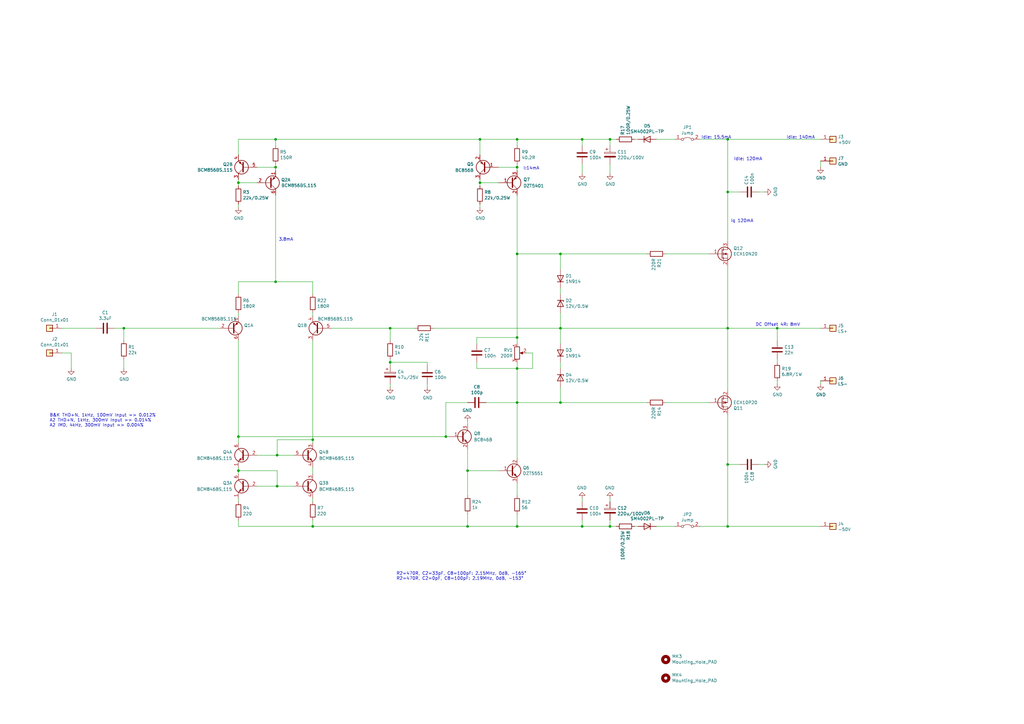
<source format=kicad_sch>
(kicad_sch (version 20211123) (generator eeschema)
  (paper "A3")
  (title_block (title "Lateral MOS FET 80W") (date "2022-12-11") (rev "v5b"))
  (lib_symbols
    (symbol "Connector_Generic:Conn_01x01" (pin_names (offset 1.016) hide)
      (property "Reference" "J" (at 0 2.54 0))
      (property "Value" "Conn_01x01" (at 0 -2.54 0))
      (symbol "Conn_01x01_1_1"
        (rectangle (start -1.27 0.127) (end 0 -0.127) (stroke (width 0.1524)))
        (rectangle (start -1.27 1.27) (end 1.27 -1.27) (stroke (width 0.254)) (fill (type background)))
        (pin passive line (at -5.08 0 0) (length 3.81) (name "Pin_1") (number "1"))
      )
    )
    (symbol "Device:C" (pin_numbers hide) (pin_names (offset 0.254))
      (property "Reference" "C" (at 0.635 2.54 0))
      (property "Value" "C" (at 0.635 -2.54 0))
      (symbol "C_0_1"
        (polyline (pts (xy -2.032 -0.762) (xy 2.032 -0.762)) (stroke (width 0.508)))
        (polyline (pts (xy -2.032 0.762) (xy 2.032 0.762)) (stroke (width 0.508)))
      )
      (symbol "C_1_1"
        (pin passive line (at 0 3.81 270) (length 2.794) (name "~") (number "1"))
        (pin passive line (at 0 -3.81 90) (length 2.794) (name "~") (number "2"))
      )
    )
    (symbol "Device:CP" (pin_numbers hide) (pin_names (offset 0.254))
      (property "Reference" "C" (at 0.635 2.54 0))
      (property "Value" "Device_CP" (at 0.635 -2.54 0))
      (symbol "CP_0_1"
        (rectangle (start -2.286 0.508) (end 2.286 1.016))
        (polyline (pts (xy -1.778 2.286) (xy -0.762 2.286)))
        (polyline (pts (xy -1.27 2.794) (xy -1.27 1.778)))
        (rectangle (start 2.286 -0.508) (end -2.286 -1.016) (fill (type outline)))
      )
      (symbol "CP_1_1"
        (pin passive line (at 0 3.81 270) (length 2.794) (name "~") (number "1"))
        (pin passive line (at 0 -3.81 90) (length 2.794) (name "~") (number "2"))
      )
    )
    (symbol "Device:R" (pin_numbers hide) (pin_names (offset 0))
      (property "Reference" "R" (at 2.032 0 90))
      (property "Value" "R" (at 0 0 90))
      (symbol "R_0_1"
        (rectangle (start -1.016 -2.54) (end 1.016 2.54) (stroke (width 0.254)))
      )
      (symbol "R_1_1"
        (pin passive line (at 0 3.81 270) (length 1.27) (name "~") (number "1"))
        (pin passive line (at 0 -3.81 90) (length 1.27) (name "~") (number "2"))
      )
    )
    (symbol "Device:R_POT" (pin_names (offset 1.016) hide)
      (property "Reference" "RV" (at -4.445 0 90))
      (property "Value" "Device_R_POT" (at -2.54 0 90))
      (symbol "R_POT_0_1"
        (polyline (pts (xy 2.54 0) (xy 1.524 0)))
        (polyline (pts (xy 1.143 0) (xy 2.286 0.508) (xy 2.286 -0.508) (xy 1.143 0)) (fill (type outline)))
        (rectangle (start 1.016 2.54) (end -1.016 -2.54) (stroke (width 0.254)))
      )
      (symbol "R_POT_1_1"
        (pin passive line (at 0 3.81 270) (length 1.27) (name "1") (number "1"))
        (pin passive line (at 3.81 0 180) (length 1.27) (name "2") (number "2"))
        (pin passive line (at 0 -3.81 90) (length 1.27) (name "3") (number "3"))
      )
    )
    (symbol "Diode:1N4002" (pin_numbers hide) (pin_names (offset 1.016) hide)
      (property "Reference" "D" (at 0 2.54 0))
      (property "Value" "1N4002" (at 0 -2.54 0))
      (symbol "1N4002_0_1"
        (polyline (pts (xy -1.27 1.27) (xy -1.27 -1.27)) (stroke (width 0.254)))
        (polyline (pts (xy 1.27 0) (xy -1.27 0)))
        (polyline (pts (xy 1.27 1.27) (xy 1.27 -1.27) (xy -1.27 0) (xy 1.27 1.27)) (stroke (width 0.254)))
      )
      (symbol "1N4002_1_1"
        (pin passive line (at -3.81 0 0) (length 2.54) (name "K") (number "1"))
        (pin passive line (at 3.81 0 180) (length 2.54) (name "A") (number "2"))
      )
    )
    (symbol "Diode:1N4148" (pin_numbers hide) (pin_names (offset 1.016) hide)
      (property "Reference" "D" (at 0 2.54 0))
      (property "Value" "1N4148" (at 0 -2.54 0))
      (symbol "1N4148_0_1"
        (polyline (pts (xy -1.27 1.27) (xy -1.27 -1.27)) (stroke (width 0.254)))
        (polyline (pts (xy 1.27 0) (xy -1.27 0)))
        (polyline (pts (xy 1.27 1.27) (xy 1.27 -1.27) (xy -1.27 0) (xy 1.27 1.27)) (stroke (width 0.254)))
      )
      (symbol "1N4148_1_1"
        (pin passive line (at -3.81 0 0) (length 2.54) (name "K") (number "1"))
        (pin passive line (at 3.81 0 180) (length 2.54) (name "A") (number "2"))
      )
    )
    (symbol "Diode:ZPDxx" (pin_numbers hide) (pin_names (offset 1.016) hide)
      (property "Reference" "D" (at 0 2.54 0))
      (property "Value" "ZPDxx" (at 0 -2.54 0))
      (symbol "ZPDxx_0_1"
        (polyline (pts (xy 1.27 0) (xy -1.27 0)))
        (polyline (pts (xy -1.27 -1.27) (xy -1.27 1.27) (xy -0.762 1.27)) (stroke (width 0.254)))
        (polyline (pts (xy 1.27 -1.27) (xy 1.27 1.27) (xy -1.27 0) (xy 1.27 -1.27)) (stroke (width 0.254)))
      )
      (symbol "ZPDxx_1_1"
        (pin passive line (at -3.81 0 0) (length 2.54) (name "K") (number "1"))
        (pin passive line (at 3.81 0 180) (length 2.54) (name "A") (number "2"))
      )
    )
    (symbol "Jumper:Jumper_2_Bridged" (pin_names (offset 0) hide)
      (property "Reference" "JP" (at 0 1.905 0))
      (property "Value" "Jumper_2_Bridged" (at 0 -2.54 0))
      (symbol "Jumper_2_Bridged_0_0"
        (circle (center -2.032 0) (radius 0.508))
        (circle (center 2.032 0) (radius 0.508))
      )
      (symbol "Jumper_2_Bridged_0_1"
        (arc (start 1.524 0.254) (mid 0 0.762) (end -1.524 0.254))
      )
      (symbol "Jumper_2_Bridged_1_1"
        (pin passive line (at -5.08 0 0) (length 2.54) (name "A") (number "1"))
        (pin passive line (at 5.08 0 180) (length 2.54) (name "B") (number "2"))
      )
    )
    (symbol "Mechanical:MountingHole" (pin_names (offset 1.016))
      (property "Reference" "H" (at 0 5.08 0))
      (property "Value" "MountingHole" (at 0 3.175 0))
      (symbol "MountingHole_0_1"
        (circle (center 0 0) (radius 1.27) (stroke (width 1.27)))
      )
    )
    (symbol "Transistor_BJT:BC846" (pin_names (offset 0) hide)
      (property "Reference" "Q" (at 5.08 1.905 0))
      (property "Value" "BC846" (at 5.08 0 0))
      (symbol "BC846_0_1"
        (polyline (pts (xy 0.635 0.635) (xy 2.54 2.54)))
        (polyline (pts (xy 0.635 -0.635) (xy 2.54 -2.54) (xy 2.54 -2.54)))
        (polyline (pts (xy 0.635 1.905) (xy 0.635 -1.905) (xy 0.635 -1.905)) (stroke (width 0.508)))
        (polyline (pts (xy 1.27 -1.778) (xy 1.778 -1.27) (xy 2.286 -2.286) (xy 1.27 -1.778) (xy 1.27 -1.778)) (fill (type outline)))
        (circle (center 1.27 0) (radius 2.8194) (stroke (width 0.254)))
      )
      (symbol "BC846_1_1"
        (pin input line (at -5.08 0 0) (length 5.715) (name "B") (number "1"))
        (pin passive line (at 2.54 -5.08 90) (length 2.54) (name "E") (number "2"))
        (pin passive line (at 2.54 5.08 270) (length 2.54) (name "C") (number "3"))
      )
    )
    (symbol "Transistor_BJT:BC846BDW1" (pin_names (offset 0) hide)
      (property "Reference" "Q" (at 5.08 1.27 0))
      (property "Value" "BC846BDW1" (at 5.08 -1.27 0))
      (symbol "BC846BDW1_0_1"
        (polyline (pts (xy 0.635 0) (xy -2.54 0)))
        (polyline (pts (xy 0.635 0.635) (xy 2.54 2.54)))
        (polyline (pts (xy 0.635 -0.635) (xy 2.54 -2.54) (xy 2.54 -2.54)))
        (polyline (pts (xy 0.635 1.905) (xy 0.635 -1.905) (xy 0.635 -1.905)) (stroke (width 0.508)))
        (polyline (pts (xy 1.27 -1.778) (xy 1.778 -1.27) (xy 2.286 -2.286) (xy 1.27 -1.778) (xy 1.27 -1.778)) (fill (type outline)))
        (circle (center 1.27 0) (radius 2.8194) (stroke (width 0.254)))
      )
      (symbol "BC846BDW1_1_1"
        (pin passive line (at 2.54 -5.08 90) (length 2.54) (name "E1") (number "1"))
        (pin input line (at -5.08 0 0) (length 2.54) (name "B1") (number "2"))
        (pin passive line (at 2.54 5.08 270) (length 2.54) (name "C1") (number "6"))
      )
      (symbol "BC846BDW1_2_1"
        (pin passive line (at 2.54 5.08 270) (length 2.54) (name "C2") (number "3"))
        (pin passive line (at 2.54 -5.08 90) (length 2.54) (name "E2") (number "4"))
        (pin input line (at -5.08 0 0) (length 2.54) (name "B2") (number "5"))
      )
    )
    (symbol "Transistor_BJT:BC856" (pin_names (offset 0) hide)
      (property "Reference" "Q" (at 5.08 1.905 0))
      (property "Value" "BC856" (at 5.08 0 0))
      (symbol "BC856_0_1"
        (polyline (pts (xy 0.635 0.635) (xy 2.54 2.54)))
        (polyline (pts (xy 0.635 -0.635) (xy 2.54 -2.54) (xy 2.54 -2.54)))
        (polyline (pts (xy 0.635 1.905) (xy 0.635 -1.905) (xy 0.635 -1.905)) (stroke (width 0.508)))
        (polyline (pts (xy 2.286 -1.778) (xy 1.778 -2.286) (xy 1.27 -1.27) (xy 2.286 -1.778) (xy 2.286 -1.778)) (fill (type outline)))
        (circle (center 1.27 0) (radius 2.8194) (stroke (width 0.254)))
      )
      (symbol "BC856_1_1"
        (pin input line (at -5.08 0 0) (length 5.715) (name "B") (number "1"))
        (pin passive line (at 2.54 -5.08 90) (length 2.54) (name "E") (number "2"))
        (pin passive line (at 2.54 5.08 270) (length 2.54) (name "C") (number "3"))
      )
    )
    (symbol "Transistor_BJT:BC856BS" (pin_names (offset 0) hide)
      (property "Reference" "Q" (at 5.08 1.27 0))
      (property "Value" "BC856BS" (at 5.08 -1.27 0))
      (symbol "BC856BS_0_1"
        (polyline (pts (xy 0.635 0) (xy -2.54 0)))
        (polyline (pts (xy 0.635 0.635) (xy 2.54 2.54)))
        (polyline (pts (xy 0.635 -0.635) (xy 2.54 -2.54) (xy 2.54 -2.54)))
        (polyline (pts (xy 0.635 1.905) (xy 0.635 -1.905) (xy 0.635 -1.905)) (stroke (width 0.508)))
        (polyline (pts (xy 2.286 -1.778) (xy 1.778 -2.286) (xy 1.27 -1.27) (xy 2.286 -1.778) (xy 2.286 -1.778)) (fill (type outline)))
        (circle (center 1.27 0) (radius 2.8194) (stroke (width 0.254)))
      )
      (symbol "BC856BS_1_1"
        (pin passive line (at 2.54 -5.08 90) (length 2.54) (name "E1") (number "1"))
        (pin input line (at -5.08 0 0) (length 2.54) (name "B1") (number "2"))
        (pin passive line (at 2.54 5.08 270) (length 2.54) (name "C1") (number "6"))
      )
      (symbol "BC856BS_2_1"
        (pin passive line (at 2.54 5.08 270) (length 2.54) (name "C2") (number "3"))
        (pin passive line (at 2.54 -5.08 90) (length 2.54) (name "E2") (number "4"))
        (pin input line (at -5.08 0 0) (length 2.54) (name "B2") (number "5"))
      )
    )
    (symbol "kicad-snk:DZT5401" (pin_names (offset 0) hide)
      (property "Reference" "Q" (at 5.08 1.905 0))
      (property "Value" "DZT5401" (at 5.08 0 0))
      (symbol "DZT5401_0_1"
        (polyline (pts (xy 0.635 0.635) (xy 2.54 2.54)))
        (polyline (pts (xy 0.635 -0.635) (xy 2.54 -2.54) (xy 2.54 -2.54)))
        (polyline (pts (xy 0.635 1.905) (xy 0.635 -1.905) (xy 0.635 -1.905)) (stroke (width 0.508)))
        (polyline (pts (xy 2.286 -1.778) (xy 1.778 -2.286) (xy 1.27 -1.27) (xy 2.286 -1.778) (xy 2.286 -1.778)) (fill (type outline)))
        (circle (center 1.27 0) (radius 2.8194) (stroke (width 0.254)))
      )
      (symbol "DZT5401_1_1"
        (pin input line (at -5.08 0 0) (length 5.715) (name "B") (number "1"))
        (pin passive line (at 2.54 5.08 270) (length 2.54) (name "C") (number "2"))
        (pin passive line (at 2.54 -5.08 90) (length 2.54) (name "E") (number "3"))
      )
    )
    (symbol "kicad-snk:DZT5551" (pin_names (offset 0) hide)
      (property "Reference" "Q" (at 5.08 1.905 0))
      (property "Value" "kicad-snk_DZT5551" (at 5.08 0 0))
      (symbol "DZT5551_0_1"
        (polyline (pts (xy 0.635 0.635) (xy 2.54 2.54)))
        (polyline (pts (xy 0.635 -0.635) (xy 2.54 -2.54) (xy 2.54 -2.54)))
        (polyline (pts (xy 0.635 1.905) (xy 0.635 -1.905) (xy 0.635 -1.905)) (stroke (width 0.508)))
        (polyline (pts (xy 1.27 -1.778) (xy 1.778 -1.27) (xy 2.286 -2.286) (xy 1.27 -1.778) (xy 1.27 -1.778)) (fill (type outline)))
        (circle (center 1.27 0) (radius 2.8194) (stroke (width 0.254)))
      )
      (symbol "DZT5551_1_1"
        (pin input line (at -5.08 0 0) (length 5.715) (name "B") (number "1"))
        (pin passive line (at 2.54 5.08 270) (length 2.54) (name "C") (number "2"))
        (pin passive line (at 2.54 -5.08 90) (length 2.54) (name "E") (number "3"))
      )
    )
    (symbol "kicad-snk:Q_NMOS_GSD" (pin_names (offset 0) hide)
      (property "Reference" "Q" (at 7.62 1.27 0))
      (property "Value" "kicad-snk_Q_NMOS_GSD" (at 16.51 -1.27 0))
      (symbol "Q_NMOS_GSD_0_1"
        (polyline (pts (xy 0.762 -1.778) (xy 2.54 -1.778)))
        (polyline (pts (xy 0.762 -1.27) (xy 0.762 -2.286)) (stroke (width 0.254)))
        (polyline (pts (xy 0.762 0) (xy 2.54 0)))
        (polyline (pts (xy 0.762 0.508) (xy 0.762 -0.508)) (stroke (width 0.254)))
        (polyline (pts (xy 0.762 1.778) (xy 2.54 1.778)))
        (polyline (pts (xy 0.762 2.286) (xy 0.762 1.27)) (stroke (width 0.254)))
        (polyline (pts (xy 2.54 -1.778) (xy 2.54 -2.54)))
        (polyline (pts (xy 2.54 -1.778) (xy 2.54 0)))
        (polyline (pts (xy 2.54 2.54) (xy 2.54 1.778)))
        (polyline (pts (xy 0.254 1.905) (xy 0.254 -1.905) (xy 0.254 -1.905)) (stroke (width 0.254)))
        (polyline (pts (xy 1.016 0) (xy 2.032 0.381) (xy 2.032 -0.381) (xy 1.016 0)) (fill (type outline)))
        (circle (center 1.27 0) (radius 2.8194) (stroke (width 0.254)))
      )
      (symbol "Q_NMOS_GSD_1_1"
        (pin input line (at -5.08 0 0) (length 5.334) (name "G") (number "1"))
        (pin passive line (at 2.54 -5.08 90) (length 2.54) (name "S") (number "2"))
        (pin passive line (at 2.54 5.08 270) (length 2.54) (name "D") (number "3"))
      )
    )
    (symbol "kicad-snk:Q_PMOS_GSD" (pin_names (offset 0) hide)
      (property "Reference" "Q" (at 7.62 1.27 0))
      (property "Value" "kicad-snk_Q_PMOS_GSD" (at 16.51 -1.27 0))
      (symbol "Q_PMOS_GSD_0_1"
        (polyline (pts (xy 0.762 -1.778) (xy 2.54 -1.778)))
        (polyline (pts (xy 0.762 -1.27) (xy 0.762 -2.286)) (stroke (width 0.254)))
        (polyline (pts (xy 0.762 0) (xy 2.54 0)))
        (polyline (pts (xy 0.762 0.508) (xy 0.762 -0.508)) (stroke (width 0.254)))
        (polyline (pts (xy 0.762 1.778) (xy 2.54 1.778)))
        (polyline (pts (xy 0.762 2.286) (xy 0.762 1.27)) (stroke (width 0.254)))
        (polyline (pts (xy 2.54 -1.778) (xy 2.54 -2.54)))
        (polyline (pts (xy 2.54 -1.778) (xy 2.54 0)))
        (polyline (pts (xy 2.54 2.54) (xy 2.54 1.778)))
        (polyline (pts (xy 0.254 1.905) (xy 0.254 -1.905) (xy 0.254 -1.905)) (stroke (width 0.254)))
        (polyline (pts (xy 2.286 0) (xy 1.27 -0.381) (xy 1.27 0.381) (xy 2.286 0)) (fill (type outline)))
        (circle (center 1.27 0) (radius 2.8194) (stroke (width 0.254)))
      )
      (symbol "Q_PMOS_GSD_1_1"
        (pin input line (at -5.08 0 0) (length 5.334) (name "G") (number "1"))
        (pin passive line (at 2.54 -5.08 90) (length 2.54) (name "D") (number "2"))
        (pin passive line (at 2.54 5.08 270) (length 2.54) (name "S") (number "3"))
      )
    )
    (symbol "power:GND" (power) (pin_names (offset 0))
      (property "Value" "GND" (at 0 -3.81 0))
      (symbol "GND_0_1"
        (polyline (pts (xy 0 0) (xy 0 -1.27) (xy 1.27 -1.27) (xy 0 -2.54) (xy -1.27 -1.27) (xy 0 -1.27)))
      )
      (symbol "GND_1_1"
        (pin power_in line (at 0 0 270) (length 0) hide (name "GND") (number "1"))
      )
    )
  )
  (junction (at 229.87 165.1))
  (junction (at 191.77 215.9))
  (junction (at 212.09 68.58))
  (junction (at 229.87 104.14))
  (junction (at 212.09 165.1))
  (junction (at 229.87 134.62))
  (junction (at 191.77 193.04))
  (junction (at 318.77 134.62))
  (junction (at 212.09 215.9))
  (junction (at 196.85 74.93))
  (junction (at 97.79 193.04))
  (junction (at 113.665 186.69))
  (junction (at 113.03 115.57))
  (junction (at 50.8 134.62))
  (junction (at 212.09 138.43))
  (junction (at 113.03 57.15))
  (junction (at 97.79 179.07))
  (junction (at 212.09 151.13))
  (junction (at 238.76 57.15))
  (junction (at 113.665 199.39))
  (junction (at 238.76 215.9))
  (junction (at 298.45 190.5))
  (junction (at 250.19 57.15))
  (junction (at 160.02 134.62))
  (junction (at 128.27 215.9))
  (junction (at 298.45 134.62))
  (junction (at 113.03 68.58))
  (junction (at 212.09 57.15))
  (junction (at 182.88 179.07))
  (junction (at 298.45 57.15))
  (junction (at 212.09 104.14))
  (junction (at 97.79 74.93))
  (junction (at 128.27 180.34))
  (junction (at 196.85 57.15))
  (junction (at 160.02 148.59))
  (junction (at 250.19 215.9))
  (junction (at 298.45 78.74))
  (junction (at 298.45 215.9))
  (wire (pts (xy 212.09 68.58) (xy 212.09 69.85)))
  (wire (pts (xy 29.21 144.78) (xy 25.4 144.78)))
  (wire (pts (xy 196.85 73.66) (xy 196.85 74.93)))
  (wire (pts (xy 128.27 115.57) (xy 113.03 115.57)))
  (wire (pts (xy 218.44 151.13) (xy 218.44 144.78)))
  (wire (pts (xy 128.27 139.7) (xy 128.27 180.34)))
  (wire (pts (xy 175.26 148.59) (xy 160.02 148.59)))
  (wire (pts (xy 298.45 215.9) (xy 298.45 190.5)))
  (wire (pts (xy 212.09 165.1) (xy 229.87 165.1)))
  (wire (pts (xy 113.03 57.15) (xy 196.85 57.15)))
  (wire (pts (xy 212.09 210.82) (xy 212.09 215.9)))
  (wire (pts (xy 196.85 57.15) (xy 196.85 63.5)))
  (wire (pts (xy 175.26 149.86) (xy 175.26 148.59)))
  (wire (pts (xy 212.09 57.15) (xy 238.76 57.15)))
  (wire (pts (xy 229.87 110.49) (xy 229.87 104.14)))
  (wire (pts (xy 105.41 199.39) (xy 113.665 199.39)))
  (wire (pts (xy 191.77 184.15) (xy 191.77 193.04)))
  (wire (pts (xy 238.76 57.15) (xy 238.76 59.69)))
  (wire (pts (xy 113.03 115.57) (xy 97.79 115.57)))
  (wire (pts (xy 25.4 134.62) (xy 39.37 134.62)))
  (wire (pts (xy 105.41 68.58) (xy 113.03 68.58)))
  (wire (pts (xy 229.87 128.27) (xy 229.87 134.62)))
  (wire (pts (xy 238.76 67.31) (xy 238.76 71.12)))
  (wire (pts (xy 303.53 78.74) (xy 298.45 78.74)))
  (wire (pts (xy 128.27 180.34) (xy 128.27 181.61)))
  (wire (pts (xy 303.53 190.5) (xy 298.45 190.5)))
  (wire (pts (xy 113.665 199.39) (xy 120.65 199.39)))
  (wire (pts (xy 97.79 74.93) (xy 105.41 74.93)))
  (wire (pts (xy 191.77 172.72) (xy 191.77 173.99)))
  (wire (pts (xy 250.19 57.15) (xy 250.19 59.69)))
  (wire (pts (xy 298.45 99.06) (xy 298.45 78.74)))
  (wire (pts (xy 196.85 74.93) (xy 196.85 76.2)))
  (wire (pts (xy 160.02 148.59) (xy 160.02 147.32)))
  (wire (pts (xy 105.41 186.69) (xy 113.665 186.69)))
  (wire (pts (xy 196.85 57.15) (xy 212.09 57.15)))
  (wire (pts (xy 113.665 193.04) (xy 113.665 199.39)))
  (wire (pts (xy 212.09 151.13) (xy 218.44 151.13)))
  (wire (pts (xy 196.85 74.93) (xy 204.47 74.93)))
  (wire (pts (xy 182.88 179.07) (xy 184.15 179.07)))
  (wire (pts (xy 298.45 109.22) (xy 298.45 134.62)))
  (wire (pts (xy 97.79 139.7) (xy 97.79 179.07)))
  (wire (pts (xy 212.09 138.43) (xy 212.09 140.97)))
  (wire (pts (xy 97.79 204.47) (xy 97.79 205.74)))
  (wire (pts (xy 261.62 57.15) (xy 260.35 57.15)))
  (wire (pts (xy 191.77 215.9) (xy 212.09 215.9)))
  (wire (pts (xy 273.05 165.1) (xy 290.83 165.1)))
  (wire (pts (xy 128.27 215.9) (xy 191.77 215.9)))
  (wire (pts (xy 212.09 151.13) (xy 212.09 165.1)))
  (wire (pts (xy 182.88 165.1) (xy 182.88 179.07)))
  (wire (pts (xy 229.87 158.75) (xy 229.87 165.1)))
  (wire (pts (xy 212.09 57.15) (xy 212.09 59.69)))
  (wire (pts (xy 212.09 165.1) (xy 212.09 187.96)))
  (wire (pts (xy 191.77 165.1) (xy 182.88 165.1)))
  (wire (pts (xy 128.27 128.27) (xy 128.27 129.54)))
  (wire (pts (xy 336.55 66.04) (xy 336.55 68.58)))
  (wire (pts (xy 97.79 73.66) (xy 97.79 74.93)))
  (wire (pts (xy 97.79 57.15) (xy 113.03 57.15)))
  (wire (pts (xy 298.45 78.74) (xy 298.45 57.15)))
  (wire (pts (xy 97.79 57.15) (xy 97.79 63.5)))
  (wire (pts (xy 204.47 68.58) (xy 212.09 68.58)))
  (wire (pts (xy 196.85 83.82) (xy 196.85 85.09)))
  (wire (pts (xy 298.45 170.18) (xy 298.45 190.5)))
  (wire (pts (xy 229.87 104.14) (xy 265.43 104.14)))
  (wire (pts (xy 318.77 139.7) (xy 318.77 134.62)))
  (wire (pts (xy 287.02 57.15) (xy 298.45 57.15)))
  (wire (pts (xy 50.8 151.13) (xy 50.8 147.32)))
  (wire (pts (xy 318.77 157.48) (xy 318.77 156.21)))
  (wire (pts (xy 97.79 179.07) (xy 97.79 181.61)))
  (wire (pts (xy 97.79 128.27) (xy 97.79 129.54)))
  (wire (pts (xy 195.58 140.97) (xy 195.58 138.43)))
  (wire (pts (xy 50.8 134.62) (xy 90.17 134.62)))
  (wire (pts (xy 273.05 104.14) (xy 290.83 104.14)))
  (wire (pts (xy 313.69 78.74) (xy 311.15 78.74)))
  (wire (pts (xy 97.79 213.36) (xy 97.79 215.9)))
  (wire (pts (xy 250.19 215.9) (xy 238.76 215.9)))
  (wire (pts (xy 250.19 213.36) (xy 250.19 215.9)))
  (wire (pts (xy 113.03 57.15) (xy 113.03 59.69)))
  (wire (pts (xy 212.09 198.12) (xy 212.09 203.2)))
  (wire (pts (xy 97.79 193.04) (xy 97.79 194.31)))
  (wire (pts (xy 269.24 215.9) (xy 276.86 215.9)))
  (wire (pts (xy 160.02 134.62) (xy 160.02 139.7)))
  (wire (pts (xy 318.77 148.59) (xy 318.77 147.32)))
  (wire (pts (xy 113.665 186.69) (xy 113.665 180.34)))
  (wire (pts (xy 212.09 148.59) (xy 212.09 151.13)))
  (wire (pts (xy 97.79 83.82) (xy 97.79 85.09)))
  (wire (pts (xy 160.02 149.86) (xy 160.02 148.59)))
  (wire (pts (xy 175.26 158.75) (xy 175.26 157.48)))
  (wire (pts (xy 298.45 57.15) (xy 336.55 57.15)))
  (wire (pts (xy 50.8 139.7) (xy 50.8 134.62)))
  (wire (pts (xy 128.27 115.57) (xy 128.27 120.65)))
  (wire (pts (xy 97.79 191.77) (xy 97.79 193.04)))
  (wire (pts (xy 336.55 134.62) (xy 318.77 134.62)))
  (wire (pts (xy 113.665 186.69) (xy 120.65 186.69)))
  (wire (pts (xy 252.73 57.15) (xy 250.19 57.15)))
  (wire (pts (xy 128.27 191.77) (xy 128.27 194.31)))
  (wire (pts (xy 191.77 193.04) (xy 204.47 193.04)))
  (wire (pts (xy 195.58 148.59) (xy 195.58 151.13)))
  (wire (pts (xy 199.39 165.1) (xy 212.09 165.1)))
  (wire (pts (xy 177.8 134.62) (xy 229.87 134.62)))
  (wire (pts (xy 128.27 213.36) (xy 128.27 215.9)))
  (wire (pts (xy 250.19 67.31) (xy 250.19 71.12)))
  (wire (pts (xy 97.79 115.57) (xy 97.79 120.65)))
  (wire (pts (xy 318.77 134.62) (xy 298.45 134.62)))
  (wire (pts (xy 46.99 134.62) (xy 50.8 134.62)))
  (wire (pts (xy 97.79 215.9) (xy 128.27 215.9)))
  (wire (pts (xy 229.87 151.13) (xy 229.87 148.59)))
  (wire (pts (xy 212.09 67.31) (xy 212.09 68.58)))
  (wire (pts (xy 238.76 205.74) (xy 238.76 204.47)))
  (wire (pts (xy 191.77 210.82) (xy 191.77 215.9)))
  (wire (pts (xy 160.02 158.75) (xy 160.02 157.48)))
  (wire (pts (xy 313.69 190.5) (xy 311.15 190.5)))
  (wire (pts (xy 195.58 151.13) (xy 212.09 151.13)))
  (wire (pts (xy 97.79 193.04) (xy 113.665 193.04)))
  (wire (pts (xy 113.03 67.31) (xy 113.03 68.58)))
  (wire (pts (xy 113.03 80.01) (xy 113.03 115.57)))
  (wire (pts (xy 215.9 144.78) (xy 218.44 144.78)))
  (wire (pts (xy 212.09 80.01) (xy 212.09 104.14)))
  (wire (pts (xy 212.09 138.43) (xy 212.09 104.14)))
  (wire (pts (xy 229.87 165.1) (xy 265.43 165.1)))
  (wire (pts (xy 261.62 215.9) (xy 260.35 215.9)))
  (wire (pts (xy 298.45 215.9) (xy 336.55 215.9)))
  (wire (pts (xy 250.19 204.47) (xy 250.19 205.74)))
  (wire (pts (xy 212.09 104.14) (xy 229.87 104.14)))
  (wire (pts (xy 287.02 215.9) (xy 298.45 215.9)))
  (wire (pts (xy 269.24 57.15) (xy 276.86 57.15)))
  (wire (pts (xy 229.87 140.97) (xy 229.87 134.62)))
  (wire (pts (xy 29.21 151.13) (xy 29.21 144.78)))
  (wire (pts (xy 160.02 134.62) (xy 170.18 134.62)))
  (wire (pts (xy 135.89 134.62) (xy 160.02 134.62)))
  (wire (pts (xy 128.27 204.47) (xy 128.27 205.74)))
  (wire (pts (xy 212.09 215.9) (xy 238.76 215.9)))
  (wire (pts (xy 97.79 74.93) (xy 97.79 76.2)))
  (wire (pts (xy 195.58 138.43) (xy 212.09 138.43)))
  (wire (pts (xy 113.03 68.58) (xy 113.03 69.85)))
  (wire (pts (xy 238.76 213.36) (xy 238.76 215.9)))
  (wire (pts (xy 229.87 134.62) (xy 298.45 134.62)))
  (wire (pts (xy 191.77 193.04) (xy 191.77 203.2)))
  (wire (pts (xy 229.87 120.65) (xy 229.87 118.11)))
  (wire (pts (xy 113.665 180.34) (xy 128.27 180.34)))
  (wire (pts (xy 250.19 57.15) (xy 238.76 57.15)))
  (wire (pts (xy 252.73 215.9) (xy 250.19 215.9)))
  (wire (pts (xy 298.45 134.62) (xy 298.45 160.02)))
  (wire (pts (xy 336.55 157.48) (xy 336.55 156.21)))
  (wire (pts (xy 97.79 179.07) (xy 182.88 179.07)))
  (text "B&K THD+N, 1kHz, 100mV Input => 0.012%\nA2 THD+N, 1kHz, 300mV Input => 0.014%\nA2 IMD, 4kHz, 300mV Input => 0.004%" (at 20.32 175.26 0) (effects (font (size 1.27 1.27)) (justify left bottom)))
  (text "Idle: 120mA" (at 300.99 66.04 0) (effects (font (size 1.27 1.27)) (justify left bottom)))
  (text "Iq 120mA" (at 299.72 91.44 0) (effects (font (size 1.27 1.27)) (justify left bottom)))
  (text "Idle: 15.5mA" (at 287.655 57.15 0) (effects (font (size 1.27 1.27)) (justify left bottom)))
  (text "R2=470R, C2=33pF, C8=100pF: 2.15MHz, 0dB, -165°\nR2=470R, C2=0pF, C8=100pF: 2.19MHz, 0dB, -153°" (at 162.56 238.125 0) (effects (font (size 1.27 1.27)) (justify left bottom)))
  (text "Idle: 140mA" (at 322.58 57.15 0) (effects (font (size 1.27 1.27)) (justify left bottom)))
  (text "DC Offset 4R: 8mV" (at 309.88 133.985 0) (effects (font (size 1.27 1.27)) (justify left bottom)))
  (text "3.8mA" (at 114.3 99.06 0) (effects (font (size 1.27 1.27)) (justify left bottom)))
  (text "I:14mA" (at 214.63 69.85 0) (effects (font (size 1.27 1.27)) (justify left bottom)))
  (symbol (lib_id "Device:C") (at 43.18 134.62 270) (unit 1)
    (property "Reference" "C1" (at 43.18 128.2192 90))
    (property "Value" "3.3uF" (at 43.18 130.5306 90))
    (property "Footprint" "Capacitor_THT:C_Rect_L7.2mm_W7.2mm_P5.00mm_FKS2_FKP2_MKS2_MKP2" (effects hide))
  )
  (symbol (lib_id "power:GND") (at 50.8 151.13 0) (unit 1)
    (property "Reference" "#PWR0101" (effects hide))
    (property "Value" "GND" (at 50.927 155.5242 0))
  )
  (symbol (lib_id "Device:R") (at 50.8 143.51 0) (unit 1)
    (property "Reference" "R1" (at 52.578 142.3416 0) (effects (justify left)))
    (property "Value" "22k" (at 52.578 144.653 0) (effects (justify left)))
    (property "Footprint" "Resistor_SMD:R_0805_2012Metric_Pad1.20x1.40mm_HandSolder" (effects hide))
  )
  (symbol (lib_id "power:GND") (at 29.21 151.13 0) (unit 1)
    (property "Reference" "#PWR0102" (effects hide))
    (property "Value" "GND" (at 29.337 155.5242 0))
  )
  (symbol (lib_id "Connector_Generic:Conn_01x01") (at 20.32 134.62 180) (unit 1)
    (property "Reference" "J1" (at 22.4028 128.905 0))
    (property "Value" "Conn_01x01" (at 22.4028 131.2164 0))
    (property "Footprint" "Connector_Pin:Pin_D1.0mm_L10.0mm" (effects hide))
  )
  (symbol (lib_id "Connector_Generic:Conn_01x01") (at 20.32 144.78 180) (unit 1)
    (property "Reference" "J2" (at 22.4028 139.065 0))
    (property "Value" "Conn_01x01" (at 22.4028 141.3764 0))
    (property "Footprint" "Connector_Pin:Pin_D1.0mm_L10.0mm" (effects hide))
  )
  (symbol (lib_id "Device:R") (at 97.79 124.46 0) (unit 1)
    (property "Reference" "R6" (at 99.568 123.2916 0) (effects (justify left)))
    (property "Value" "180R" (at 99.568 125.603 0) (effects (justify left)))
    (property "Footprint" "Resistor_SMD:R_0805_2012Metric_Pad1.20x1.40mm_HandSolder" (effects hide))
  )
  (symbol (lib_id "Device:R") (at 97.79 80.01 0) (unit 1)
    (property "Reference" "R3" (at 99.568 78.8416 0) (effects (justify left)))
    (property "Value" "22k/0.25W" (at 99.568 81.153 0) (effects (justify left)))
    (property "Footprint" "Resistor_SMD:R_0805_2012Metric_Pad1.20x1.40mm_HandSolder" (effects hide))
  )
  (symbol (lib_id "power:GND") (at 97.79 85.09 0) (unit 1)
    (property "Reference" "#PWR0103" (effects hide))
    (property "Value" "GND" (at 97.917 89.4842 0))
  )
  (symbol (lib_id "Device:R") (at 113.03 63.5 0) (unit 1)
    (property "Reference" "R5" (at 114.808 62.3316 0) (effects (justify left)))
    (property "Value" "150R" (at 114.808 64.643 0) (effects (justify left)))
    (property "Footprint" "Resistor_SMD:R_0805_2012Metric_Pad1.20x1.40mm_HandSolder" (effects hide))
  )
  (symbol (lib_id "Device:CP") (at 160.02 153.67 0) (unit 1)
    (property "Reference" "C4" (at 163.0172 152.5016 0) (effects (justify left)))
    (property "Value" "47u/25V" (at 163.0172 154.813 0) (effects (justify left)))
    (property "Footprint" "Capacitor_THT:CP_Radial_D5.0mm_P2.00mm" (effects hide))
  )
  (symbol (lib_id "Device:C") (at 175.26 153.67 0) (unit 1)
    (property "Reference" "C6" (at 178.181 152.5016 0) (effects (justify left)))
    (property "Value" "100n" (at 178.181 154.813 0) (effects (justify left)))
    (property "Footprint" "Capacitor_THT:C_Rect_L7.2mm_W2.5mm_P5.00mm_FKS2_FKP2_MKS2_MKP2" (effects hide))
  )
  (symbol (lib_id "Device:R") (at 160.02 143.51 0) (unit 1)
    (property "Reference" "R10" (at 161.798 142.3416 0) (effects (justify left)))
    (property "Value" "1k" (at 161.798 144.653 0) (effects (justify left)))
    (property "Footprint" "Resistor_SMD:R_0805_2012Metric_Pad1.20x1.40mm_HandSolder" (effects hide))
  )
  (symbol (lib_id "Device:R") (at 128.27 209.55 0) (unit 1)
    (property "Reference" "R7" (at 130.048 208.3816 0) (effects (justify left)))
    (property "Value" "220" (at 130.048 210.693 0) (effects (justify left)))
    (property "Footprint" "Resistor_SMD:R_0805_2012Metric_Pad1.20x1.40mm_HandSolder" (effects hide))
  )
  (symbol (lib_id "Device:R") (at 97.79 209.55 0) (unit 1)
    (property "Reference" "R4" (at 99.568 208.3816 0) (effects (justify left)))
    (property "Value" "220" (at 99.568 210.693 0) (effects (justify left)))
    (property "Footprint" "Resistor_SMD:R_0805_2012Metric_Pad1.20x1.40mm_HandSolder" (effects hide))
  )
  (symbol (lib_id "Device:R") (at 173.99 134.62 270) (unit 1)
    (property "Reference" "R11" (at 175.1584 136.398 0) (effects (justify left)))
    (property "Value" "22k" (at 172.847 136.398 0) (effects (justify left)))
    (property "Footprint" "Resistor_SMD:R_0805_2012Metric_Pad1.20x1.40mm_HandSolder" (effects hide))
  )
  (symbol (lib_id "Connector_Generic:Conn_01x01") (at 341.63 57.15 0) (unit 1)
    (property "Reference" "J3" (at 343.662 56.0832 0) (effects (justify left)))
    (property "Value" "+50V" (at 343.662 58.3946 0) (effects (justify left)))
    (property "Footprint" "kicad-snk:TE-726386-2_Pitch5.08mm_Drill1.3mm" (effects hide))
  )
  (symbol (lib_id "Connector_Generic:Conn_01x01") (at 341.63 215.9 0) (unit 1)
    (property "Reference" "J4" (at 343.662 214.8332 0) (effects (justify left)))
    (property "Value" "-50V" (at 343.662 217.1446 0) (effects (justify left)))
    (property "Footprint" "kicad-snk:TE-726386-2_Pitch5.08mm_Drill1.3mm" (effects hide))
  )
  (symbol (lib_id "power:GND") (at 318.77 157.48 0) (unit 1)
    (property "Reference" "#PWR0109" (effects hide))
    (property "Value" "GND" (at 318.897 161.8742 0))
  )
  (symbol (lib_id "Connector_Generic:Conn_01x01") (at 341.63 156.21 0) (unit 1)
    (property "Reference" "J6" (at 343.662 155.1432 0) (effects (justify left)))
    (property "Value" "LS-" (at 343.662 157.4546 0) (effects (justify left)))
    (property "Footprint" "kicad-snk:TE-726386-2_Pitch5.08mm_Drill1.3mm" (effects hide))
  )
  (symbol (lib_id "Connector_Generic:Conn_01x01") (at 341.63 134.62 0) (unit 1)
    (property "Reference" "J5" (at 343.662 133.5532 0) (effects (justify left)))
    (property "Value" "LS+" (at 343.662 135.8646 0) (effects (justify left)))
    (property "Footprint" "kicad-snk:TE-726386-2_Pitch5.08mm_Drill1.3mm" (effects hide))
  )
  (symbol (lib_id "power:GND") (at 336.55 157.48 0) (unit 1)
    (property "Reference" "#PWR0110" (effects hide))
    (property "Value" "GND" (at 336.677 161.8742 0))
  )
  (symbol (lib_id "Device:R_POT") (at 212.09 144.78 0) (unit 1)
    (property "Reference" "RV1" (at 210.3374 143.6116 0) (effects (justify right)))
    (property "Value" "200R" (at 210.3374 145.923 0) (effects (justify right)))
    (property "Footprint" "Potentiometer_THT:Potentiometer_Bourns_3296W_Vertical" (effects hide))
  )
  (symbol (lib_id "Device:C") (at 195.58 144.78 180) (unit 1)
    (property "Reference" "C7" (at 198.501 143.6116 0) (effects (justify right)))
    (property "Value" "100n" (at 198.501 145.923 0) (effects (justify right)))
    (property "Footprint" "Capacitor_THT:C_Rect_L7.2mm_W2.5mm_P5.00mm_FKS2_FKP2_MKS2_MKP2" (effects hide))
  )
  (symbol (lib_id "Diode:1N4148") (at 229.87 114.3 90) (unit 1)
    (property "Reference" "D1" (at 231.902 113.1316 90) (effects (justify right)))
    (property "Value" "1N914" (at 231.902 115.443 90) (effects (justify right)))
    (property "Footprint" "Diode_SMD:D_SOD-123" (effects hide))
    (property "Datasheet" "https://assets.nexperia.com/documents/data-sheet/1N4148_1N4448.pdf" (effects hide))
  )
  (symbol (lib_id "Diode:ZPDxx") (at 229.87 124.46 270) (unit 1)
    (property "Reference" "D2" (at 231.902 123.2916 90) (effects (justify left)))
    (property "Value" "12V/0.5W" (at 231.902 125.603 90) (effects (justify left)))
    (property "Footprint" "Diode_SMD:D_SOD-123" (effects hide))
    (property "Datasheet" "http://diotec.com/tl_files/diotec/files/pdf/datasheets/zpd1" (effects hide))
  )
  (symbol (lib_id "Diode:1N4148") (at 229.87 144.78 90) (unit 1)
    (property "Reference" "D3" (at 231.902 143.6116 90) (effects (justify right)))
    (property "Value" "1N914" (at 231.902 145.923 90) (effects (justify right)))
    (property "Footprint" "Diode_SMD:D_SOD-123" (effects hide))
    (property "Datasheet" "https://assets.nexperia.com/documents/data-sheet/1N4148_1N4448.pdf" (effects hide))
  )
  (symbol (lib_id "Diode:ZPDxx") (at 229.87 154.94 270) (unit 1)
    (property "Reference" "D4" (at 231.902 153.7716 90) (effects (justify left)))
    (property "Value" "12V/0.5W" (at 231.902 156.083 90) (effects (justify left)))
    (property "Footprint" "Diode_SMD:D_SOD-123" (effects hide))
    (property "Datasheet" "http://diotec.com/tl_files/diotec/files/pdf/datasheets/zpd1" (effects hide))
  )
  (symbol (lib_id "Device:R") (at 269.24 165.1 270) (unit 1)
    (property "Reference" "R14" (at 270.4084 166.878 0) (effects (justify left)))
    (property "Value" "220R" (at 268.097 166.878 0) (effects (justify left)))
    (property "Footprint" "Resistor_SMD:R_0805_2012Metric_Pad1.20x1.40mm_HandSolder" (effects hide))
  )
  (symbol (lib_id "kicad-snk:Q_PMOS_GSD") (at 295.91 165.1 0) (mirror x) (unit 1)
    (property "Reference" "Q11" (at 300.7614 167.4114 0) (effects (justify left)))
    (property "Value" "ECX10P20" (at 300.7614 165.1 0) (effects (justify left)))
    (property "Footprint" "Package_TO_SOT_THT:TO-247-3_Horizontal_TabUp" (effects hide))
  )
  (symbol (lib_id "Connector_Generic:Conn_01x01") (at 341.63 66.04 0) (unit 1)
    (property "Reference" "J7" (at 343.662 64.9732 0) (effects (justify left)))
    (property "Value" "GND" (at 343.662 67.2846 0) (effects (justify left)))
    (property "Footprint" "kicad-snk:TE-726386-2_Pitch5.08mm_Drill1.3mm" (effects hide))
  )
  (symbol (lib_id "Device:R") (at 318.77 152.4 0) (unit 1)
    (property "Reference" "R19" (at 320.548 151.2316 0) (effects (justify left)))
    (property "Value" "6.8R/1W" (at 320.548 153.543 0) (effects (justify left)))
    (property "Footprint" "Resistor_SMD:R_MELF_MMB-0207" (effects hide))
  )
  (symbol (lib_id "power:GND") (at 336.55 68.58 0) (unit 1)
    (property "Reference" "#PWR0111" (effects hide))
    (property "Value" "GND" (at 336.677 72.9742 0))
  )
  (symbol (lib_id "Device:C") (at 318.77 143.51 0) (unit 1)
    (property "Reference" "C13" (at 321.691 142.3416 0) (effects (justify left)))
    (property "Value" "22n" (at 321.691 144.653 0) (effects (justify left)))
    (property "Footprint" "Capacitor_THT:C_Rect_L7.2mm_W2.5mm_P5.00mm_FKS2_FKP2_MKS2_MKP2" (effects hide))
  )
  (symbol (lib_id "Device:CP") (at 250.19 63.5 0) (unit 1)
    (property "Reference" "C11" (at 253.1872 62.3316 0) (effects (justify left)))
    (property "Value" "220u/100V" (at 253.1872 64.643 0) (effects (justify left)))
    (property "Footprint" "Capacitor_THT:CP_Radial_D12.5mm_P5.00mm" (effects hide))
  )
  (symbol (lib_id "Device:C") (at 238.76 63.5 0) (unit 1)
    (property "Reference" "C9" (at 241.681 62.3316 0) (effects (justify left)))
    (property "Value" "100n" (at 241.681 64.643 0) (effects (justify left)))
    (property "Footprint" "Capacitor_THT:C_Rect_L7.2mm_W2.5mm_P5.00mm_FKS2_FKP2_MKS2_MKP2" (effects hide))
  )
  (symbol (lib_id "Diode:1N4002") (at 265.43 57.15 0) (unit 1)
    (property "Reference" "D5" (at 265.43 51.6382 0))
    (property "Value" "SM4002PL-TP" (at 265.43 53.9496 0))
    (property "Footprint" "Diode_SMD:D_SOD-123F" (effects hide))
    (property "Datasheet" "http://www.vishay.com/docs/88503/1n4001.pdf" (effects hide))
  )
  (symbol (lib_id "Device:R") (at 256.54 57.15 90) (unit 1)
    (property "Reference" "R17" (at 255.3716 55.372 0) (effects (justify left)))
    (property "Value" "100R/0.25W" (at 257.683 55.372 0) (effects (justify left)))
    (property "Footprint" "Resistor_SMD:R_0805_2012Metric_Pad1.20x1.40mm_HandSolder" (effects hide))
  )
  (symbol (lib_id "Device:CP") (at 250.19 209.55 0) (unit 1)
    (property "Reference" "C12" (at 253.1872 208.3816 0) (effects (justify left)))
    (property "Value" "220u/100V" (at 253.1872 210.693 0) (effects (justify left)))
    (property "Footprint" "Capacitor_THT:CP_Radial_D12.5mm_P5.00mm" (effects hide))
  )
  (symbol (lib_id "Device:C") (at 238.76 209.55 0) (unit 1)
    (property "Reference" "C10" (at 241.681 208.3816 0) (effects (justify left)))
    (property "Value" "100n" (at 241.681 210.693 0) (effects (justify left)))
    (property "Footprint" "Capacitor_THT:C_Rect_L7.2mm_W2.5mm_P5.00mm_FKS2_FKP2_MKS2_MKP2" (effects hide))
  )
  (symbol (lib_id "Mechanical:MountingHole") (at 273.05 270.51 0) (unit 1)
    (property "Reference" "MK3" (at 275.59 269.2146 0) (effects (justify left)))
    (property "Value" "Mounting_Hole_PAD" (at 275.59 271.526 0) (effects (justify left)))
    (property "Footprint" "MountingHole:MountingHole_3.2mm_M3_Pad_Via" (effects hide))
  )
  (symbol (lib_id "Mechanical:MountingHole") (at 273.05 278.13 0) (unit 1)
    (property "Reference" "MK4" (at 275.59 276.8346 0) (effects (justify left)))
    (property "Value" "Mounting_Hole_PAD" (at 275.59 279.146 0) (effects (justify left)))
    (property "Footprint" "MountingHole:MountingHole_3.2mm_M3_Pad_Via" (effects hide))
  )
  (symbol (lib_id "Device:R") (at 256.54 215.9 270) (unit 1)
    (property "Reference" "R18" (at 257.7084 217.678 0) (effects (justify left)))
    (property "Value" "100R/0.25W" (at 255.397 217.678 0) (effects (justify left)))
    (property "Footprint" "Resistor_SMD:R_0805_2012Metric_Pad1.20x1.40mm_HandSolder" (effects hide))
  )
  (symbol (lib_id "Diode:1N4002") (at 265.43 215.9 180) (unit 1)
    (property "Reference" "D6" (at 265.43 210.3882 0))
    (property "Value" "SM4002PL-TP" (at 265.43 212.6996 0))
    (property "Footprint" "Diode_SMD:D_SOD-123F" (effects hide))
    (property "Datasheet" "http://www.vishay.com/docs/88503/1n4001.pdf" (effects hide))
  )
  (symbol (lib_id "power:GND") (at 238.76 71.12 0) (unit 1)
    (property "Reference" "#PWR0112" (effects hide))
    (property "Value" "GND" (at 238.887 75.5142 0))
  )
  (symbol (lib_id "power:GND") (at 250.19 71.12 0) (unit 1)
    (property "Reference" "#PWR0113" (effects hide))
    (property "Value" "GND" (at 250.317 75.5142 0))
  )
  (symbol (lib_id "Device:R") (at 269.24 104.14 270) (unit 1)
    (property "Reference" "R21" (at 270.4084 105.918 0) (effects (justify left)))
    (property "Value" "220R" (at 268.097 105.918 0) (effects (justify left)))
    (property "Footprint" "Resistor_SMD:R_0805_2012Metric_Pad1.20x1.40mm_HandSolder" (effects hide))
  )
  (symbol (lib_id "kicad-snk:Q_NMOS_GSD") (at 295.91 104.14 0) (unit 1)
    (property "Reference" "Q12" (at 300.7614 101.8286 0) (effects (justify left)))
    (property "Value" "ECX10N20" (at 300.7614 104.14 0) (effects (justify left)))
    (property "Footprint" "Package_TO_SOT_THT:TO-247-3_Horizontal_TabUp" (effects hide))
  )
  (symbol (lib_id "power:GND") (at 160.02 158.75 0) (unit 1)
    (property "Reference" "#PWR0105" (effects hide))
    (property "Value" "GND" (at 160.147 163.1442 0))
  )
  (symbol (lib_id "power:GND") (at 175.26 158.75 0) (unit 1)
    (property "Reference" "#PWR0106" (effects hide))
    (property "Value" "GND" (at 175.387 163.1442 0))
  )
  (symbol (lib_id "Device:C") (at 307.34 190.5 270) (unit 1)
    (property "Reference" "C18" (at 308.5084 193.421 0) (effects (justify left)))
    (property "Value" "100n" (at 306.197 193.421 0) (effects (justify left)))
    (property "Footprint" "Capacitor_THT:C_Rect_L7.2mm_W2.5mm_P5.00mm_FKS2_FKP2_MKS2_MKP2" (effects hide))
  )
  (symbol (lib_id "Device:C") (at 307.34 78.74 90) (unit 1)
    (property "Reference" "C14" (at 306.1716 75.819 0) (effects (justify left)))
    (property "Value" "100n" (at 308.483 75.819 0) (effects (justify left)))
    (property "Footprint" "Capacitor_THT:C_Rect_L7.2mm_W2.5mm_P5.00mm_FKS2_FKP2_MKS2_MKP2" (effects hide))
  )
  (symbol (lib_id "power:GND") (at 313.69 190.5 90) (unit 1)
    (property "Reference" "#PWR0114" (effects hide))
    (property "Value" "GND" (at 318.0842 190.373 0))
  )
  (symbol (lib_id "power:GND") (at 313.69 78.74 90) (unit 1)
    (property "Reference" "#PWR0115" (effects hide))
    (property "Value" "GND" (at 318.0842 78.613 0))
  )
  (symbol (lib_id "power:GND") (at 238.76 204.47 180) (unit 1)
    (property "Reference" "#PWR0107" (effects hide))
    (property "Value" "GND" (at 238.633 200.0758 0))
  )
  (symbol (lib_id "power:GND") (at 250.19 204.47 180) (unit 1)
    (property "Reference" "#PWR0108" (effects hide))
    (property "Value" "GND" (at 250.063 200.0758 0))
  )
  (symbol (lib_id "Transistor_BJT:BC856BS") (at 95.25 134.62 0) (mirror x) (unit 1)
    (property "Reference" "Q1" (at 100.076 133.4516 0) (effects (justify left)))
    (property "Value" "BCM856BS,115" (at 82.55 130.81 0) (effects (justify left)))
    (property "Footprint" "Package_TO_SOT_SMD:SOT-363_SC-70-6" (effects hide))
    (property "Datasheet" "https://assets.nexperia.com/documents/data-sheet/BC856BS.pdf" (effects hide))
  )
  (symbol (lib_id "Transistor_BJT:BC856BS") (at 130.81 134.62 180) (unit 2)
    (property "Reference" "Q1" (at 125.9586 133.4516 0) (effects (justify left)))
    (property "Value" "BCM856BS,115" (at 144.78 130.81 0) (effects (justify left)))
    (property "Footprint" "Package_TO_SOT_SMD:SOT-363_SC-70-6" (effects hide))
    (property "Datasheet" "https://assets.nexperia.com/documents/data-sheet/BC856BS.pdf" (effects hide))
  )
  (symbol (lib_id "Transistor_BJT:BC856BS") (at 110.49 74.93 0) (mirror x) (unit 1)
    (property "Reference" "Q2" (at 115.316 73.7616 0) (effects (justify left)))
    (property "Value" "BCM856BS,115" (at 115.316 76.073 0) (effects (justify left)))
    (property "Footprint" "Package_TO_SOT_SMD:SOT-363_SC-70-6" (effects hide))
    (property "Datasheet" "https://assets.nexperia.com/documents/data-sheet/BC856BS.pdf" (effects hide))
  )
  (symbol (lib_id "Transistor_BJT:BC856BS") (at 100.33 68.58 180) (unit 2)
    (property "Reference" "Q2" (at 95.4786 67.4116 0) (effects (justify left)))
    (property "Value" "BCM856BS,115" (at 95.4786 69.723 0) (effects (justify left)))
    (property "Footprint" "Package_TO_SOT_SMD:SOT-363_SC-70-6" (effects hide))
    (property "Datasheet" "https://assets.nexperia.com/documents/data-sheet/BC856BS.pdf" (effects hide))
  )
  (symbol (lib_id "kicad-snk:DZT5551") (at 209.55 193.04 0) (unit 1)
    (property "Reference" "Q6" (at 214.4014 191.8716 0) (effects (justify left)))
    (property "Value" "DZT5551" (at 214.4014 194.183 0) (effects (justify left)))
    (property "Footprint" "Package_TO_SOT_SMD:SOT-223-3_TabPin2" (effects hide))
    (property "Datasheet" "https://www.diodes.com/assets/Datasheets/ds31219.pdf" (effects hide))
  )
  (symbol (lib_id "Device:C") (at 195.58 165.1 270) (unit 1)
    (property "Reference" "C8" (at 195.58 158.6992 90))
    (property "Value" "100p" (at 195.58 161.0106 90))
    (property "Footprint" "Capacitor_SMD:C_0805_2012Metric_Pad1.18x1.45mm_HandSolder" (effects hide))
  )
  (symbol (lib_id "kicad-snk:DZT5401") (at 209.55 74.93 0) (mirror x) (unit 1)
    (property "Reference" "Q7" (at 214.63 73.6599 0) (effects (justify left)))
    (property "Value" "DZT5401" (at 214.63 76.1999 0) (effects (justify left)))
    (property "Footprint" "Package_TO_SOT_SMD:SOT-223-3_TabPin2" (effects hide))
    (property "Datasheet" "https://www.diodes.com/assets/Datasheets/DZT5401.pdf" (effects hide))
  )
  (symbol (lib_id "Device:R") (at 128.27 124.46 0) (unit 1)
    (property "Reference" "R22" (at 130.048 123.2916 0) (effects (justify left)))
    (property "Value" "180R" (at 130.048 125.603 0) (effects (justify left)))
    (property "Footprint" "Resistor_SMD:R_0805_2012Metric_Pad1.20x1.40mm_HandSolder" (effects hide))
  )
  (symbol (lib_id "power:GND") (at 191.77 172.72 180) (unit 1)
    (property "Reference" "#PWR03" (effects hide))
    (property "Value" "GND" (at 191.643 168.3258 0))
  )
  (symbol (lib_id "Transistor_BJT:BC846BDW1") (at 100.33 199.39 0) (mirror y) (unit 1)
    (property "Reference" "Q3" (at 95.25 198.1199 0) (effects (justify left)))
    (property "Value" "BCM846BS,115" (at 95.25 200.6599 0) (effects (justify left)))
    (property "Footprint" "Package_TO_SOT_SMD:SOT-363_SC-70-6" (effects hide))
    (property "Datasheet" "http://www.onsemi.com/pub_link/Collateral/BC846BDW1T1-D.PDF" (effects hide))
  )
  (symbol (lib_id "Transistor_BJT:BC846BDW1") (at 125.73 199.39 0) (unit 2)
    (property "Reference" "Q3" (at 130.81 198.1199 0) (effects (justify left)))
    (property "Value" "BCM846BS,115" (at 130.81 200.6599 0) (effects (justify left)))
    (property "Footprint" "Package_TO_SOT_SMD:SOT-363_SC-70-6" (effects hide))
    (property "Datasheet" "http://www.onsemi.com/pub_link/Collateral/BC846BDW1T1-D.PDF" (effects hide))
  )
  (symbol (lib_id "Jumper:Jumper_2_Bridged") (at 281.94 215.9 0) (unit 1)
    (property "Reference" "JP2" (at 281.94 210.947 0))
    (property "Value" "Jump" (at 281.94 213.2584 0))
    (property "Footprint" "Connector_PinHeader_2.54mm:PinHeader_1x02_P2.54mm_Vertical" (effects hide))
  )
  (symbol (lib_id "Transistor_BJT:BC846BDW1") (at 125.73 186.69 0) (unit 2)
    (property "Reference" "Q4" (at 130.81 185.4199 0) (effects (justify left)))
    (property "Value" "BCM846BS,115" (at 130.81 187.9599 0) (effects (justify left)))
    (property "Footprint" "Package_TO_SOT_SMD:SOT-363_SC-70-6" (effects hide))
    (property "Datasheet" "http://www.onsemi.com/pub_link/Collateral/BC846BDW1T1-D.PDF" (effects hide))
  )
  (symbol (lib_id "Device:R") (at 191.77 207.01 0) (unit 1)
    (property "Reference" "R24" (at 193.548 205.8416 0) (effects (justify left)))
    (property "Value" "1k" (at 193.548 208.153 0) (effects (justify left)))
    (property "Footprint" "Resistor_SMD:R_0805_2012Metric_Pad1.20x1.40mm_HandSolder" (effects hide))
  )
  (symbol (lib_id "Device:R") (at 212.09 63.5 0) (unit 1)
    (property "Reference" "R9" (at 213.868 62.3316 0) (effects (justify left)))
    (property "Value" "40.2R" (at 213.868 64.643 0) (effects (justify left)))
    (property "Footprint" "Resistor_SMD:R_0805_2012Metric_Pad1.20x1.40mm_HandSolder" (effects hide))
  )
  (symbol (lib_id "power:GND") (at 196.85 85.09 0) (unit 1)
    (property "Reference" "#PWR0116" (effects hide))
    (property "Value" "GND" (at 196.977 89.4842 0))
  )
  (symbol (lib_id "Device:R") (at 212.09 207.01 0) (unit 1)
    (property "Reference" "R12" (at 213.868 205.8416 0) (effects (justify left)))
    (property "Value" "56" (at 213.868 208.153 0) (effects (justify left)))
    (property "Footprint" "Resistor_SMD:R_0805_2012Metric_Pad1.20x1.40mm_HandSolder" (effects hide))
  )
  (symbol (lib_id "Transistor_BJT:BC846BDW1") (at 100.33 186.69 0) (mirror y) (unit 1)
    (property "Reference" "Q4" (at 95.25 185.4199 0) (effects (justify left)))
    (property "Value" "BCM846BS,115" (at 95.25 187.9599 0) (effects (justify left)))
    (property "Footprint" "Package_TO_SOT_SMD:SOT-363_SC-70-6" (effects hide))
    (property "Datasheet" "http://www.onsemi.com/pub_link/Collateral/BC846BDW1T1-D.PDF" (effects hide))
  )
  (symbol (lib_id "Jumper:Jumper_2_Bridged") (at 281.94 57.15 0) (unit 1)
    (property "Reference" "JP1" (at 281.94 52.197 0))
    (property "Value" "Jump" (at 281.94 54.5084 0))
    (property "Footprint" "Connector_PinHeader_2.54mm:PinHeader_1x02_P2.54mm_Vertical" (effects hide))
  )
  (symbol (lib_id "Transistor_BJT:BC856") (at 199.39 68.58 180) (unit 1)
    (property "Reference" "Q5" (at 194.31 67.3099 0) (effects (justify left)))
    (property "Value" "BC856B" (at 194.31 69.8499 0) (effects (justify left)))
    (property "Footprint" "Package_TO_SOT_SMD:SOT-23" (effects hide))
    (property "Datasheet" "https://www.onsemi.com/pub/Collateral/BC860-D.pdf" (effects hide))
  )
  (symbol (lib_id "Device:R") (at 196.85 80.01 0) (unit 1)
    (property "Reference" "R8" (at 198.628 78.8416 0) (effects (justify left)))
    (property "Value" "22k/0.25W" (at 198.628 81.153 0) (effects (justify left)))
    (property "Footprint" "Resistor_SMD:R_0805_2012Metric_Pad1.20x1.40mm_HandSolder" (effects hide))
  )
  (symbol (lib_id "Transistor_BJT:BC846") (at 189.23 179.07 0) (unit 1)
    (property "Reference" "Q8" (at 194.31 177.7999 0) (effects (justify left)))
    (property "Value" "BC846B" (at 194.31 180.3399 0) (effects (justify left)))
    (property "Footprint" "Package_TO_SOT_SMD:SOT-23" (effects hide))
    (property "Datasheet" "https://assets.nexperia.com/documents/data-sheet/BC846_SER.pdf" (effects hide))
  )
)
</source>
